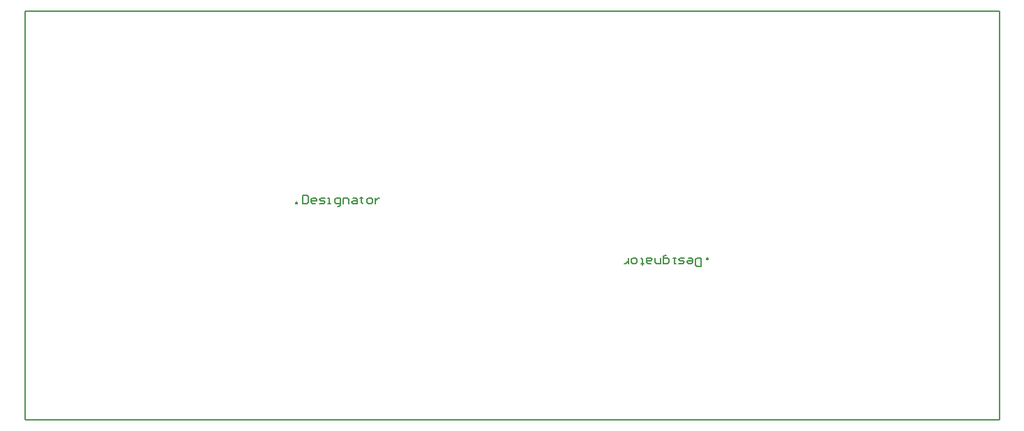
<source format=gm1>
G04*
G04 #@! TF.GenerationSoftware,Altium Limited,Altium Designer,23.4.1 (23)*
G04*
G04 Layer_Color=16711935*
%FSLAX44Y44*%
%MOMM*%
G71*
G04*
G04 #@! TF.SameCoordinates,69872263-788E-4E38-85BF-5BAD4D7AD8B8*
G04*
G04*
G04 #@! TF.FilePolarity,Positive*
G04*
G01*
G75*
%ADD16C,0.1524*%
%ADD73C,0.1778*%
D16*
X1181862Y495300D02*
G03*
X1181100Y496062I-762J0D01*
G01*
X1181862Y495300D02*
G03*
X1181100Y496062I-762J0D01*
G01*
Y-762D02*
G03*
X1181862Y0I0J762D01*
G01*
X1181100Y-762D02*
G03*
X1181862Y0I0J762D01*
G01*
X0Y496062D02*
G03*
X-762Y495300I0J-762D01*
G01*
X0Y496062D02*
G03*
X-762Y495300I0J-762D01*
G01*
Y0D02*
G03*
X0Y-762I762J0D01*
G01*
X-762Y0D02*
G03*
X0Y-762I762J0D01*
G01*
X1181862Y0D02*
Y495300D01*
X0Y496062D02*
X1181100D01*
X0Y-762D02*
X1181100D01*
X-762Y0D02*
Y495300D01*
D73*
X828040Y195580D02*
Y193887D01*
X826347D01*
Y195580D01*
X828040D01*
X819576Y185423D02*
Y195580D01*
X814498D01*
X812805Y193887D01*
Y187116D01*
X814498Y185423D01*
X819576D01*
X804341Y195580D02*
X807727D01*
X809419Y193887D01*
Y190502D01*
X807727Y188809D01*
X804341D01*
X802648Y190502D01*
Y192194D01*
X809419D01*
X799263Y195580D02*
X794184D01*
X792492Y193887D01*
X794184Y192194D01*
X797570D01*
X799263Y190502D01*
X797570Y188809D01*
X792492D01*
X789106Y195580D02*
X785720D01*
X787413D01*
Y188809D01*
X789106D01*
X777256Y198966D02*
X775564D01*
X773871Y197273D01*
Y188809D01*
X778949D01*
X780642Y190502D01*
Y193887D01*
X778949Y195580D01*
X773871D01*
X770485D02*
Y188809D01*
X765407D01*
X763714Y190502D01*
Y195580D01*
X758636Y188809D02*
X755250D01*
X753557Y190502D01*
Y195580D01*
X758636D01*
X760329Y193887D01*
X758636Y192194D01*
X753557D01*
X748479Y187116D02*
Y188809D01*
X750172D01*
X746786D01*
X748479D01*
Y193887D01*
X746786Y195580D01*
X740015D02*
X736629D01*
X734937Y193887D01*
Y190502D01*
X736629Y188809D01*
X740015D01*
X741708Y190502D01*
Y193887D01*
X740015Y195580D01*
X731551Y188809D02*
Y195580D01*
Y192194D01*
X729858Y190502D01*
X728166Y188809D01*
X726473D01*
X327660Y261620D02*
Y263313D01*
X329353D01*
Y261620D01*
X327660D01*
X336124Y271777D02*
Y261620D01*
X341202D01*
X342895Y263313D01*
Y270084D01*
X341202Y271777D01*
X336124D01*
X351359Y261620D02*
X347973D01*
X346281Y263313D01*
Y266698D01*
X347973Y268391D01*
X351359D01*
X353052Y266698D01*
Y265006D01*
X346281D01*
X356437Y261620D02*
X361516D01*
X363209Y263313D01*
X361516Y265006D01*
X358130D01*
X356437Y266698D01*
X358130Y268391D01*
X363209D01*
X366594Y261620D02*
X369980D01*
X368287D01*
Y268391D01*
X366594D01*
X378444Y258234D02*
X380136D01*
X381829Y259927D01*
Y268391D01*
X376751D01*
X375058Y266698D01*
Y263313D01*
X376751Y261620D01*
X381829D01*
X385215D02*
Y268391D01*
X390293D01*
X391986Y266698D01*
Y261620D01*
X397064Y268391D02*
X400450D01*
X402143Y266698D01*
Y261620D01*
X397064D01*
X395372Y263313D01*
X397064Y265006D01*
X402143D01*
X407221Y270084D02*
Y268391D01*
X405528D01*
X408914D01*
X407221D01*
Y263313D01*
X408914Y261620D01*
X415685D02*
X419071D01*
X420763Y263313D01*
Y266698D01*
X419071Y268391D01*
X415685D01*
X413992Y266698D01*
Y263313D01*
X415685Y261620D01*
X424149Y268391D02*
Y261620D01*
Y265006D01*
X425842Y266698D01*
X427534Y268391D01*
X429227D01*
M02*

</source>
